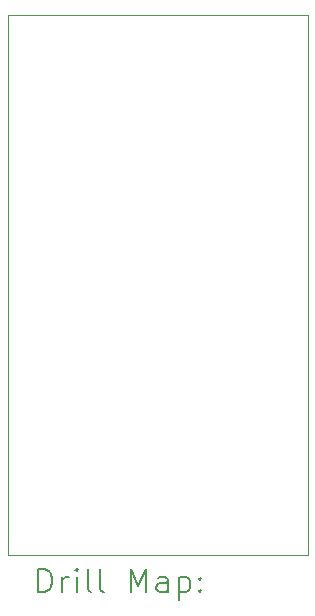
<source format=gbr>
%TF.GenerationSoftware,KiCad,Pcbnew,9.0.6*%
%TF.CreationDate,2026-01-02T20:46:09-06:00*%
%TF.ProjectId,QFN-32_5x5_P0.5,51464e2d-3332-45f3-9578-355f50302e35,rev?*%
%TF.SameCoordinates,Original*%
%TF.FileFunction,Drillmap*%
%TF.FilePolarity,Positive*%
%FSLAX45Y45*%
G04 Gerber Fmt 4.5, Leading zero omitted, Abs format (unit mm)*
G04 Created by KiCad (PCBNEW 9.0.6) date 2026-01-02 20:46:09*
%MOMM*%
%LPD*%
G01*
G04 APERTURE LIST*
%ADD10C,0.050000*%
%ADD11C,0.200000*%
G04 APERTURE END LIST*
D10*
X12573000Y-9779000D02*
X15113000Y-9779000D01*
X15113000Y-14351000D01*
X12573000Y-14351000D01*
X12573000Y-9779000D01*
D11*
X12831277Y-14664984D02*
X12831277Y-14464984D01*
X12831277Y-14464984D02*
X12878896Y-14464984D01*
X12878896Y-14464984D02*
X12907467Y-14474508D01*
X12907467Y-14474508D02*
X12926515Y-14493555D01*
X12926515Y-14493555D02*
X12936039Y-14512603D01*
X12936039Y-14512603D02*
X12945562Y-14550698D01*
X12945562Y-14550698D02*
X12945562Y-14579269D01*
X12945562Y-14579269D02*
X12936039Y-14617365D01*
X12936039Y-14617365D02*
X12926515Y-14636412D01*
X12926515Y-14636412D02*
X12907467Y-14655460D01*
X12907467Y-14655460D02*
X12878896Y-14664984D01*
X12878896Y-14664984D02*
X12831277Y-14664984D01*
X13031277Y-14664984D02*
X13031277Y-14531650D01*
X13031277Y-14569746D02*
X13040801Y-14550698D01*
X13040801Y-14550698D02*
X13050324Y-14541174D01*
X13050324Y-14541174D02*
X13069372Y-14531650D01*
X13069372Y-14531650D02*
X13088420Y-14531650D01*
X13155086Y-14664984D02*
X13155086Y-14531650D01*
X13155086Y-14464984D02*
X13145562Y-14474508D01*
X13145562Y-14474508D02*
X13155086Y-14484031D01*
X13155086Y-14484031D02*
X13164610Y-14474508D01*
X13164610Y-14474508D02*
X13155086Y-14464984D01*
X13155086Y-14464984D02*
X13155086Y-14484031D01*
X13278896Y-14664984D02*
X13259848Y-14655460D01*
X13259848Y-14655460D02*
X13250324Y-14636412D01*
X13250324Y-14636412D02*
X13250324Y-14464984D01*
X13383658Y-14664984D02*
X13364610Y-14655460D01*
X13364610Y-14655460D02*
X13355086Y-14636412D01*
X13355086Y-14636412D02*
X13355086Y-14464984D01*
X13612229Y-14664984D02*
X13612229Y-14464984D01*
X13612229Y-14464984D02*
X13678896Y-14607841D01*
X13678896Y-14607841D02*
X13745562Y-14464984D01*
X13745562Y-14464984D02*
X13745562Y-14664984D01*
X13926515Y-14664984D02*
X13926515Y-14560222D01*
X13926515Y-14560222D02*
X13916991Y-14541174D01*
X13916991Y-14541174D02*
X13897943Y-14531650D01*
X13897943Y-14531650D02*
X13859848Y-14531650D01*
X13859848Y-14531650D02*
X13840801Y-14541174D01*
X13926515Y-14655460D02*
X13907467Y-14664984D01*
X13907467Y-14664984D02*
X13859848Y-14664984D01*
X13859848Y-14664984D02*
X13840801Y-14655460D01*
X13840801Y-14655460D02*
X13831277Y-14636412D01*
X13831277Y-14636412D02*
X13831277Y-14617365D01*
X13831277Y-14617365D02*
X13840801Y-14598317D01*
X13840801Y-14598317D02*
X13859848Y-14588793D01*
X13859848Y-14588793D02*
X13907467Y-14588793D01*
X13907467Y-14588793D02*
X13926515Y-14579269D01*
X14021753Y-14531650D02*
X14021753Y-14731650D01*
X14021753Y-14541174D02*
X14040801Y-14531650D01*
X14040801Y-14531650D02*
X14078896Y-14531650D01*
X14078896Y-14531650D02*
X14097943Y-14541174D01*
X14097943Y-14541174D02*
X14107467Y-14550698D01*
X14107467Y-14550698D02*
X14116991Y-14569746D01*
X14116991Y-14569746D02*
X14116991Y-14626888D01*
X14116991Y-14626888D02*
X14107467Y-14645936D01*
X14107467Y-14645936D02*
X14097943Y-14655460D01*
X14097943Y-14655460D02*
X14078896Y-14664984D01*
X14078896Y-14664984D02*
X14040801Y-14664984D01*
X14040801Y-14664984D02*
X14021753Y-14655460D01*
X14202705Y-14645936D02*
X14212229Y-14655460D01*
X14212229Y-14655460D02*
X14202705Y-14664984D01*
X14202705Y-14664984D02*
X14193182Y-14655460D01*
X14193182Y-14655460D02*
X14202705Y-14645936D01*
X14202705Y-14645936D02*
X14202705Y-14664984D01*
X14202705Y-14541174D02*
X14212229Y-14550698D01*
X14212229Y-14550698D02*
X14202705Y-14560222D01*
X14202705Y-14560222D02*
X14193182Y-14550698D01*
X14193182Y-14550698D02*
X14202705Y-14541174D01*
X14202705Y-14541174D02*
X14202705Y-14560222D01*
M02*

</source>
